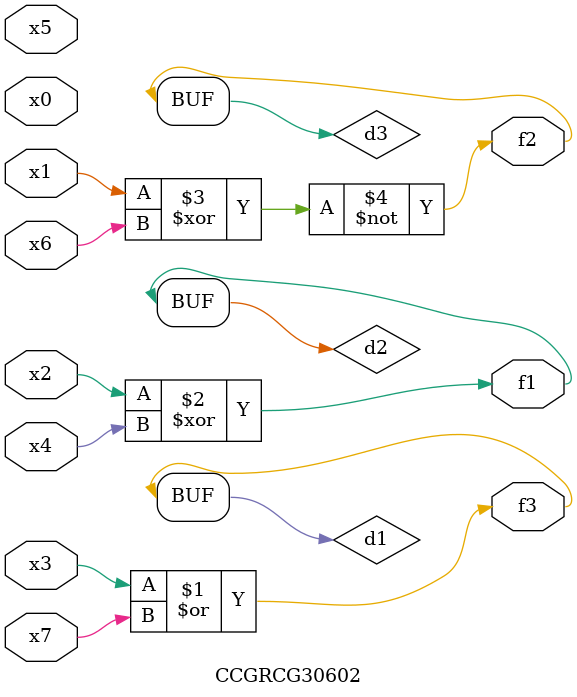
<source format=v>
module CCGRCG30602(
	input x0, x1, x2, x3, x4, x5, x6, x7,
	output f1, f2, f3
);

	wire d1, d2, d3;

	or (d1, x3, x7);
	xor (d2, x2, x4);
	xnor (d3, x1, x6);
	assign f1 = d2;
	assign f2 = d3;
	assign f3 = d1;
endmodule

</source>
